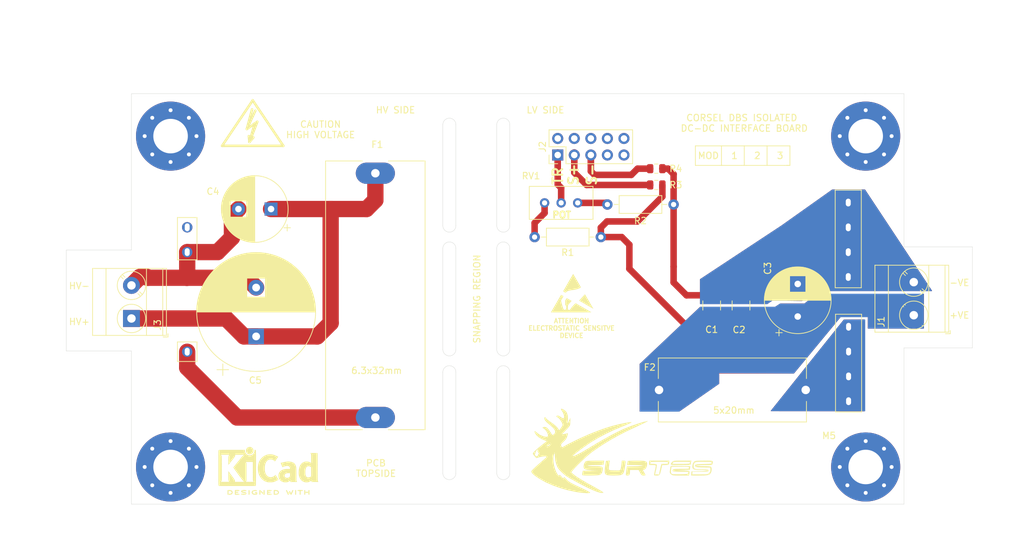
<source format=kicad_pcb>
(kicad_pcb (version 20171130) (host pcbnew "(5.1.9)-1")
  (layers (0 F.Cu signal) (31 B.Cu signal) (34 B.Paste user) (35 F.Paste user) (36 B.SilkS user) (37 F.SilkS user) (38 B.Mask user) (39 F.Mask user) (44 Edge.Cuts user))
  (net 0 "")
  (net 1 Sense-)
  (net 2 Sense+)
  (net 3 TR)
  (net 4 "Net-(H3-Pad1)")
  (net 5 "Net-(H4-Pad1)")
  (net 6 "Net-(H1-Pad1)")
  (net 7 "Net-(H2-Pad1)")
  (net 8 "Net-(J2-Pad10)")
  (net 9 "Net-(J2-Pad9)")
  (net 10 "Net-(J2-Pad8)")
  (net 11 "Net-(J2-Pad7)")
  (net 12 "Net-(J2-Pad6)")
  (net 13 "Net-(J2-Pad4)")
  (net 14 "Net-(J2-Pad2)")
  (net 15 VSS)
  (net 16 VDD)
  (net 17 "Net-(R1-Pad2)")
  (net 18 "Net-(R2-Pad1)")
  (net 19 HV-)
  (net 20 HV+)
  (net 21 "Net-(J7-Pad1)")
  (net 22 "Net-(F1-Pad1)")
  (net 23 "Net-(F2-Pad1)")
  (module Symbol:KiCad-Logo2_6mm_SilkScreen (layer F.Cu) (at 105 147.2)
    (fp_text reference REF** hide)
    (fp_text value KiCad-Logo2_6mm_SilkScreen hide)
  )
  (module Symbol:ESD-Logo_6.6x6mm_SilkScreen (layer F.Cu) (at 151.6 120.6)
    (fp_text reference REF** hide)
    (fp_text value ESD-Logo_6.6x6mm_SilkScreen hide)
  )
  (module Symbol:Symbol_HighVoltage_Type2_CopperTop_VerySmall (layer F.Cu) (at 102.6 95.2)
    (fp_text reference REF** hide)
    (fp_text value Symbol_HighVoltage_Type2_CopperTop_VerySmall)
  )
  (module "Team Surtes:fs_teamSurtes" (layer F.Cu) (at 159.2 144.8)
    (fp_text reference G*** hide)
    (fp_text value LOGO hide)
  )
  (module Resistor_THT:R_Axial_DIN0207_L6.3mm_D2.5mm_P10.16mm_Horizontal (layer F.Cu) (at 156 112 180)
    (fp_text reference R1 (at 5.08 -2.37) (layer F.SilkS))
    (fp_text value 5k)
    (pad 2 thru_hole oval (at 10.16 0 180) (size 1.6 1.6) (drill 0.8) (layers *.Cu *.Mask) (net 17 "Net-(R1-Pad2)"))
    (pad 1 thru_hole circle (at 0 0 180) (size 1.6 1.6) (drill 0.8) (layers *.Cu *.Mask) (net 16 VDD))
  )
  (module Resistor_THT:R_Axial_DIN0207_L6.3mm_D2.5mm_P10.16mm_Horizontal (layer F.Cu) (at 157 107)
    (fp_text reference R2 (at 5.08 2.5) (layer F.SilkS))
    (fp_text value 470)
    (pad 2 thru_hole oval (at 10.16 0) (size 1.6 1.6) (drill 0.8) (layers *.Cu *.Mask) (net 15 VSS))
    (pad 1 thru_hole circle (at 0 0) (size 1.6 1.6) (drill 0.8) (layers *.Cu *.Mask) (net 18 "Net-(R2-Pad1)"))
  )
  (module Resistor_SMD:R_0805_2012Metric (layer F.Cu) (at 164.5 104)
    (fp_text reference R3 (at 3 0) (layer F.SilkS))
    (fp_text value 0)
    (pad 2 smd roundrect (at 0.9375 0) (size 0.975 1.4) (layers F.Cu F.Paste F.Mask) (net 16 VDD))
    (pad 1 smd roundrect (at -0.9375 0) (size 0.975 1.4) (layers F.Cu F.Paste F.Mask) (net 2 Sense+))
  )
  (module Resistor_SMD:R_0805_2012Metric (layer F.Cu) (at 164.5 101.5 180)
    (fp_text reference R4 (at -3 0) (layer F.SilkS))
    (fp_text value 0)
    (pad 2 smd roundrect (at 0.9375 0 180) (size 0.975 1.4) (layers F.Cu F.Paste F.Mask) (net 1 Sense-))
    (pad 1 smd roundrect (at -0.9375 0 180) (size 0.975 1.4) (layers F.Cu F.Paste F.Mask) (net 15 VSS))
  )
  (module TerminalBlock_Phoenix:TerminalBlock_Phoenix_MKDS-3-2-5.08_1x02_P5.08mm_Horizontal (layer F.Cu) (at 204 124 90)
    (fp_text reference J1 (at -1 -5 90) (layer F.SilkS))
    (fp_text value Conn_01x02)
    (pad 2 thru_hole circle (at 5.08 0 90) (size 2.6 2.6) (drill 1.3) (layers *.Cu *.Mask) (net 15 VSS))
    (pad 1 thru_hole rect (at 0 0 90) (size 2.6 2.6) (drill 1.3) (layers *.Cu *.Mask) (net 16 VDD))
  )
  (module Capacitor_THT:CP_Radial_D10.0mm_P5.00mm (layer F.Cu) (at 105.41 107.696 180)
    (fp_text reference C4 (at 8.91 2.696 180) (layer F.SilkS))
    (fp_text value 10u)
    (pad 2 thru_hole circle (at 5 0 180) (size 2 2) (drill 1) (layers *.Cu *.Mask) (net 19 HV-))
    (pad 1 thru_hole rect (at 0 0 180) (size 2 2) (drill 1) (layers *.Cu *.Mask) (net 20 HV+))
  )
  (module Capacitor_THT:CP_Radial_D18.0mm_P7.50mm (layer F.Cu) (at 103.124 127.254 90)
    (fp_text reference C5 (at -6.746 -0.124 180) (layer F.SilkS))
    (fp_text value 100u)
    (pad 2 thru_hole circle (at 7.5 0 90) (size 2.4 2.4) (drill 1.2) (layers *.Cu *.Mask) (net 19 HV-))
    (pad 1 thru_hole rect (at 0 0 90) (size 2.4 2.4) (drill 1.2) (layers *.Cu *.Mask) (net 20 HV+))
  )
  (module TerminalBlock_Phoenix:TerminalBlock_Phoenix_MKDS-3-2-5.08_1x02_P5.08mm_Horizontal (layer F.Cu) (at 84 124.5 90)
    (fp_text reference J3 (at -1 4 90) (layer F.SilkS))
    (fp_text value Conn_01x02)
    (pad 2 thru_hole circle (at 5.08 0 90) (size 2.6 2.6) (drill 1.3) (layers *.Cu *.Mask) (net 19 HV-))
    (pad 1 thru_hole rect (at 0 0 90) (size 2.6 2.6) (drill 1.3) (layers *.Cu *.Mask) (net 20 HV+))
  )
  (module "DC_DC Converter circuit_DBS:Corsel_DC_DC_01x04" (layer F.Cu) (at 193.95 111.78)
    (fp_text reference J4 hide)
    (fp_text value DC-DC-CONN-01x04)
    (pad 4 thru_hole circle (at 0 6.35) (size 1.6 1.6) (drill oval 0.762 1.2) (layers *.Cu *.Mask) (net 15 VSS))
    (pad 3 thru_hole circle (at 0 2.54) (size 1.6 1.6) (drill oval 0.762 1.2) (layers *.Cu *.Mask) (net 15 VSS))
    (pad 2 thru_hole circle (at 0 -1.27) (size 1.6 1.6) (drill oval 0.762 1.2) (layers *.Cu *.Mask) (net 15 VSS))
    (pad 1 thru_hole circle (at 0 -5.08) (size 1.6 1.6) (drill oval 0.762 1.2) (layers *.Cu *.Mask) (net 15 VSS))
  )
  (module "DC_DC Converter circuit_DBS:cosel_DC_DC_-01x01" (layer F.Cu) (at 92.55 129.6)
    (fp_text reference J6 hide)
    (fp_text value corsel_DC_DC_conn_01x01)
    (pad 1 thru_hole circle (at 0 0) (size 1.6 1.6) (drill oval 0.762 1.2) (layers *.Cu *.Mask) (net 22 "Net-(F1-Pad1)"))
  )
  (module "DC_DC Converter circuit_DBS:corsel_DC_DC_01x02" (layer F.Cu) (at 92.55 111.5)
    (fp_text reference J7 hide)
    (fp_text value corsel_DC_DC_conn_01x02)
    (pad 2 thru_hole circle (at 0 2.81) (size 1.6 1.6) (drill oval 0.762 1.2) (layers *.Cu *.Mask) (net 19 HV-))
    (pad 1 thru_hole circle (at 0 -1) (size 1.6 1.6) (drill oval 0.762 1.2) (layers *.Cu *.Mask) (net 21 "Net-(J7-Pad1)"))
  )
  (module "DC_DC Converter circuit_DBS:Corsel_DC_DC_01x04" (layer F.Cu) (at 194 130.85)
    (fp_text reference J5 hide)
    (fp_text value DC-DC-CONN-01x04)
    (pad 4 thru_hole circle (at 0 6.35) (size 1.6 1.6) (drill oval 0.762 1.2) (layers *.Cu *.Mask) (net 23 "Net-(F2-Pad1)"))
    (pad 3 thru_hole circle (at 0 2.54) (size 1.6 1.6) (drill oval 0.762 1.2) (layers *.Cu *.Mask) (net 23 "Net-(F2-Pad1)"))
    (pad 2 thru_hole circle (at 0 -1.27) (size 1.6 1.6) (drill oval 0.762 1.2) (layers *.Cu *.Mask) (net 23 "Net-(F2-Pad1)"))
    (pad 1 thru_hole circle (at 0 -5.08) (size 1.6 1.6) (drill oval 0.762 1.2) (layers *.Cu *.Mask) (net 23 "Net-(F2-Pad1)"))
  )
  (module MountingHole:MountingHole_5.3mm_M5_Pad_Via (layer F.Cu) (at 196.625 96.5)
    (fp_text reference H1 hide)
    (fp_text value MountingHole_Pad)
    (pad 1 thru_hole circle (at 2.810749 -2.810749) (size 0.9 0.9) (drill 0.6) (layers *.Cu *.Mask) (net 6 "Net-(H1-Pad1)"))
    (pad 1 thru_hole circle (at 0 -3.975) (size 0.9 0.9) (drill 0.6) (layers *.Cu *.Mask) (net 6 "Net-(H1-Pad1)"))
    (pad 1 thru_hole circle (at -2.810749 -2.810749) (size 0.9 0.9) (drill 0.6) (layers *.Cu *.Mask) (net 6 "Net-(H1-Pad1)"))
    (pad 1 thru_hole circle (at -3.975 0) (size 0.9 0.9) (drill 0.6) (layers *.Cu *.Mask) (net 6 "Net-(H1-Pad1)"))
    (pad 1 thru_hole circle (at -2.810749 2.810749) (size 0.9 0.9) (drill 0.6) (layers *.Cu *.Mask) (net 6 "Net-(H1-Pad1)"))
    (pad 1 thru_hole circle (at 0 3.975) (size 0.9 0.9) (drill 0.6) (layers *.Cu *.Mask) (net 6 "Net-(H1-Pad1)"))
    (pad 1 thru_hole circle (at 2.810749 2.810749) (size 0.9 0.9) (drill 0.6) (layers *.Cu *.Mask) (net 6 "Net-(H1-Pad1)"))
    (pad 1 thru_hole circle (at 3.975 0) (size 0.9 0.9) (drill 0.6) (layers *.Cu *.Mask) (net 6 "Net-(H1-Pad1)"))
    (pad 1 thru_hole circle (at 0 0) (size 10.6 10.6) (drill 5.3) (layers *.Cu *.Mask) (net 6 "Net-(H1-Pad1)"))
  )
  (module MountingHole:MountingHole_5.3mm_M5_Pad_Via (layer F.Cu) (at 90 96.5)
    (fp_text reference H3 hide)
    (fp_text value MountingHole_Pad)
    (pad 1 thru_hole circle (at 2.810749 -2.810749) (size 0.9 0.9) (drill 0.6) (layers *.Cu *.Mask) (net 4 "Net-(H3-Pad1)"))
    (pad 1 thru_hole circle (at 0 -3.975) (size 0.9 0.9) (drill 0.6) (layers *.Cu *.Mask) (net 4 "Net-(H3-Pad1)"))
    (pad 1 thru_hole circle (at -2.810749 -2.810749) (size 0.9 0.9) (drill 0.6) (layers *.Cu *.Mask) (net 4 "Net-(H3-Pad1)"))
    (pad 1 thru_hole circle (at -3.975 0) (size 0.9 0.9) (drill 0.6) (layers *.Cu *.Mask) (net 4 "Net-(H3-Pad1)"))
    (pad 1 thru_hole circle (at -2.810749 2.810749) (size 0.9 0.9) (drill 0.6) (layers *.Cu *.Mask) (net 4 "Net-(H3-Pad1)"))
    (pad 1 thru_hole circle (at 0 3.975) (size 0.9 0.9) (drill 0.6) (layers *.Cu *.Mask) (net 4 "Net-(H3-Pad1)"))
    (pad 1 thru_hole circle (at 2.810749 2.810749) (size 0.9 0.9) (drill 0.6) (layers *.Cu *.Mask) (net 4 "Net-(H3-Pad1)"))
    (pad 1 thru_hole circle (at 3.975 0) (size 0.9 0.9) (drill 0.6) (layers *.Cu *.Mask) (net 4 "Net-(H3-Pad1)"))
    (pad 1 thru_hole circle (at 0 0) (size 10.6 10.6) (drill 5.3) (layers *.Cu *.Mask) (net 4 "Net-(H3-Pad1)"))
  )
  (module Connector_PinHeader_2.54mm:PinHeader_2x05_P2.54mm_Vertical (layer F.Cu) (at 149.385 99.4 90)
    (fp_text reference J2 (at 1.27 -2.33 90) (layer F.SilkS))
    (fp_text value Conn_02x05_Odd_Even)
    (pad 10 thru_hole oval (at 2.54 10.16 90) (size 1.7 1.7) (drill 1) (layers *.Cu *.Mask) (net 8 "Net-(J2-Pad10)"))
    (pad 9 thru_hole oval (at 0 10.16 90) (size 1.7 1.7) (drill 1) (layers *.Cu *.Mask) (net 9 "Net-(J2-Pad9)"))
    (pad 8 thru_hole oval (at 2.54 7.62 90) (size 1.7 1.7) (drill 1) (layers *.Cu *.Mask) (net 10 "Net-(J2-Pad8)"))
    (pad 7 thru_hole oval (at 0 7.62 90) (size 1.7 1.7) (drill 1) (layers *.Cu *.Mask) (net 11 "Net-(J2-Pad7)"))
    (pad 6 thru_hole oval (at 2.54 5.08 90) (size 1.7 1.7) (drill 1) (layers *.Cu *.Mask) (net 12 "Net-(J2-Pad6)"))
    (pad 5 thru_hole oval (at 0 5.08 90) (size 1.7 1.7) (drill 1) (layers *.Cu *.Mask) (net 1 Sense-))
    (pad 4 thru_hole oval (at 2.54 2.54 90) (size 1.7 1.7) (drill 1) (layers *.Cu *.Mask) (net 13 "Net-(J2-Pad4)"))
    (pad 3 thru_hole oval (at 0 2.54 90) (size 1.7 1.7) (drill 1) (layers *.Cu *.Mask) (net 2 Sense+))
    (pad 2 thru_hole oval (at 2.54 0 90) (size 1.7 1.7) (drill 1) (layers *.Cu *.Mask) (net 14 "Net-(J2-Pad2)"))
    (pad 1 thru_hole rect (at 0 0 90) (size 1.7 1.7) (drill 1) (layers *.Cu *.Mask) (net 3 TR))
  )
  (module MountingHole:MountingHole_5.3mm_M5_Pad_Via (layer F.Cu) (at 90 147.3)
    (fp_text reference H4 hide)
    (fp_text value MountingHole_Pad)
    (pad 1 thru_hole circle (at 2.810749 -2.810749) (size 0.9 0.9) (drill 0.6) (layers *.Cu *.Mask) (net 5 "Net-(H4-Pad1)"))
    (pad 1 thru_hole circle (at 0 -3.975) (size 0.9 0.9) (drill 0.6) (layers *.Cu *.Mask) (net 5 "Net-(H4-Pad1)"))
    (pad 1 thru_hole circle (at -2.810749 -2.810749) (size 0.9 0.9) (drill 0.6) (layers *.Cu *.Mask) (net 5 "Net-(H4-Pad1)"))
    (pad 1 thru_hole circle (at -3.975 0) (size 0.9 0.9) (drill 0.6) (layers *.Cu *.Mask) (net 5 "Net-(H4-Pad1)"))
    (pad 1 thru_hole circle (at -2.810749 2.810749) (size 0.9 0.9) (drill 0.6) (layers *.Cu *.Mask) (net 5 "Net-(H4-Pad1)"))
    (pad 1 thru_hole circle (at 0 3.975) (size 0.9 0.9) (drill 0.6) (layers *.Cu *.Mask) (net 5 "Net-(H4-Pad1)"))
    (pad 1 thru_hole circle (at 2.810749 2.810749) (size 0.9 0.9) (drill 0.6) (layers *.Cu *.Mask) (net 5 "Net-(H4-Pad1)"))
    (pad 1 thru_hole circle (at 3.975 0) (size 0.9 0.9) (drill 0.6) (layers *.Cu *.Mask) (net 5 "Net-(H4-Pad1)"))
    (pad 1 thru_hole circle (at 0 0) (size 10.6 10.6) (drill 5.3) (layers *.Cu *.Mask) (net 5 "Net-(H4-Pad1)"))
  )
  (module MountingHole:MountingHole_5.3mm_M5_Pad_Via (layer F.Cu) (at 196.625 147.3)
    (fp_text reference H2 hide)
    (fp_text value MountingHole_Pad)
    (pad 1 thru_hole circle (at 2.810749 -2.810749) (size 0.9 0.9) (drill 0.6) (layers *.Cu *.Mask) (net 7 "Net-(H2-Pad1)"))
    (pad 1 thru_hole circle (at 0 -3.975) (size 0.9 0.9) (drill 0.6) (layers *.Cu *.Mask) (net 7 "Net-(H2-Pad1)"))
    (pad 1 thru_hole circle (at -2.810749 -2.810749) (size 0.9 0.9) (drill 0.6) (layers *.Cu *.Mask) (net 7 "Net-(H2-Pad1)"))
    (pad 1 thru_hole circle (at -3.975 0) (size 0.9 0.9) (drill 0.6) (layers *.Cu *.Mask) (net 7 "Net-(H2-Pad1)"))
    (pad 1 thru_hole circle (at -2.810749 2.810749) (size 0.9 0.9) (drill 0.6) (layers *.Cu *.Mask) (net 7 "Net-(H2-Pad1)"))
    (pad 1 thru_hole circle (at 0 3.975) (size 0.9 0.9) (drill 0.6) (layers *.Cu *.Mask) (net 7 "Net-(H2-Pad1)"))
    (pad 1 thru_hole circle (at 2.810749 2.810749) (size 0.9 0.9) (drill 0.6) (layers *.Cu *.Mask) (net 7 "Net-(H2-Pad1)"))
    (pad 1 thru_hole circle (at 3.975 0) (size 0.9 0.9) (drill 0.6) (layers *.Cu *.Mask) (net 7 "Net-(H2-Pad1)"))
    (pad 1 thru_hole circle (at 0 0) (size 10.6 10.6) (drill 5.3) (layers *.Cu *.Mask) (net 7 "Net-(H2-Pad1)"))
  )
  (module Fuse:Fuseholder_Cylinder-5x20mm_Schurter_0031_8201_Horizontal_Open (layer F.Cu) (at 187.425 135.475 180)
    (fp_text reference F2 (at 23.925 3.475) (layer F.SilkS))
    (fp_text value Fuse)
    (pad "" np_thru_hole circle (at 11.25 0 180) (size 2.7 2.7) (drill 2.7) (layers *.Cu *.Mask))
    (pad 2 thru_hole circle (at 22.5 0 180) (size 3 3) (drill 1.3) (layers *.Cu *.Mask) (net 16 VDD))
    (pad 1 thru_hole circle (at 0 0 180) (size 3 3) (drill 1.3) (layers *.Cu *.Mask) (net 23 "Net-(F2-Pad1)"))
  )
  (module Potentiometer_THT:Potentiometer_Bourns_3296W_Vertical (layer F.Cu) (at 152.45 106.75)
    (fp_text reference RV1 (at -7.162 -4.134) (layer F.SilkS))
    (fp_text value 18k)
    (pad 3 thru_hole circle (at -5.08 0) (size 1.44 1.44) (drill 0.8) (layers *.Cu *.Mask) (net 17 "Net-(R1-Pad2)"))
    (pad 2 thru_hole circle (at -2.54 0) (size 1.44 1.44) (drill 0.8) (layers *.Cu *.Mask) (net 3 TR))
    (pad 1 thru_hole circle (at 0 0) (size 1.44 1.44) (drill 0.8) (layers *.Cu *.Mask) (net 18 "Net-(R2-Pad1)"))
  )
  (module Fuse:Fuseholder_Cylinder-6.3x32mm_Schurter_0031-8002_Horizontal_Open (layer F.Cu) (at 121.412 139.7 90)
    (fp_text reference F1 (at 41.9 0.288 180) (layer F.SilkS))
    (fp_text value Fuse)
    (pad 1 thru_hole oval (at 0 0 90) (size 3.25 6) (drill 1.3) (layers *.Cu *.Mask) (net 22 "Net-(F1-Pad1)"))
    (pad 2 thru_hole oval (at 37.5 0 90) (size 3.25 6) (drill 1.3) (layers *.Cu *.Mask) (net 20 HV+))
    (pad "" np_thru_hole circle (at 18.75 0 90) (size 3.2 3.2) (drill 3.2) (layers *.Cu *.Mask))
  )
  (module Capacitor_SMD:C_1210_3225Metric_Pad1.33x2.70mm_HandSolder (layer F.Cu) (at 173 122.5 90)
    (fp_text reference C1 (at -3.7 0 180) (layer F.SilkS))
    (fp_text value 100n)
    (pad 2 smd roundrect (at 1.5625 0 90) (size 1.325 2.7) (layers F.Cu F.Paste F.Mask) (roundrect_rratio 0.188679) (net 15 VSS))
    (pad 1 smd roundrect (at -1.5625 0 90) (size 1.325 2.7) (layers F.Cu F.Paste F.Mask) (roundrect_rratio 0.188679) (net 16 VDD))
  )
  (module Capacitor_SMD:C_1210_3225Metric_Pad1.33x2.70mm_HandSolder (layer F.Cu) (at 177.5 122.5 90)
    (fp_text reference C2 (at -3.7375 -0.3 180) (layer F.SilkS))
    (fp_text value 10u)
    (pad 2 smd roundrect (at 1.5625 0 90) (size 1.325 2.7) (layers F.Cu F.Paste F.Mask) (roundrect_rratio 0.188679) (net 15 VSS))
    (pad 1 smd roundrect (at -1.5625 0 90) (size 1.325 2.7) (layers F.Cu F.Paste F.Mask) (roundrect_rratio 0.188679) (net 16 VDD))
  )
  (module Capacitor_THT:CP_Radial_D10.0mm_P5.00mm (layer F.Cu) (at 186.2 124.2 90)
    (fp_text reference C3 (at 7.4 -4.6 90) (layer F.SilkS))
    (fp_text value 2.2m)
    (pad 1 thru_hole rect (at 0 0 90) (size 2 2) (drill 1) (layers *.Cu *.Mask) (net 16 VDD))
    (pad 2 thru_hole circle (at 5 0 90) (size 2 2) (drill 1) (layers *.Cu *.Mask) (net 15 VSS))
  )
  (gr_text POT (at 150 108.6) (layer F.SilkS) (effects (font (size 1 1) (thickness 0.25))))
  (gr_text S- (at 154.6 102.4 90) (layer F.SilkS) (effects (font (size 1.5 1.5) (thickness 0.3))))
  (gr_text S+ (at 151.8 102.4 90) (layer F.SilkS) (effects (font (size 1.5 1.5) (thickness 0.3))))
  (gr_text TR (at 149.4 102.6 90) (layer F.SilkS) (effects (font (size 1.5 1.5) (thickness 0.3))))
  (gr_text "PCB\nTOPSIDE" (at 121.5 147.5) (layer F.SilkS) (effects (font (size 1 1))))
  (gr_text "CORSEL DBS ISOLATED \nDC-DC INTERFACE BOARD\n" (at 178 94.5) (layer F.SilkS) (effects (font (size 1 1))))
  (gr_text "M5\n" (at 191 142.5) (layer F.SilkS) (effects (font (size 1 1))))
  (gr_text "+VE\n" (at 211 124) (layer F.SilkS) (effects (font (size 1 1))))
  (gr_text "-VE\n" (at 211 119) (layer F.SilkS) (effects (font (size 1 1))))
  (gr_text "HV-\n" (at 76 119.5) (layer F.SilkS) (effects (font (size 1 1))))
  (gr_text "HV+\n" (at 76 125) (layer F.SilkS) (effects (font (size 1 1))))
  (gr_text "SNAPPING REGION\n" (at 137 121.5 90) (layer F.SilkS) (effects (font (size 1 1))))
  (gr_text "CAUTION\nHIGH VOLTAGE" (at 113 95.5) (layer F.SilkS) (effects (font (size 1 1))))
  (gr_text "ATTENTION\nELECTROSTATIC SENSITVE\nDEVICE\n" (at 151.5 126) (layer F.SilkS) (effects (font (size 0.7 0.7))))
  (gr_text 3 (at 183.5 99.5) (layer F.SilkS) (effects (font (size 1 1))))
  (gr_text 2 (at 180 99.5) (layer F.SilkS) (effects (font (size 1 1))))
  (gr_text 1 (at 176.5 99.5) (layer F.SilkS) (effects (font (size 1 1))))
  (gr_text "MOD\n" (at 172.5 99.5) (layer F.SilkS) (effects (font (size 1 1))))
  (gr_line (start 181.5 98) (end 181.5 101) (layer F.SilkS) (width 0.12))
  (gr_line (start 178 101) (end 178 98) (layer F.SilkS) (width 0.12))
  (gr_line (start 174.5 98) (end 174.5 101) (layer F.SilkS) (width 0.12))
  (gr_line (start 185 101) (end 184.5 101) (layer F.SilkS) (width 0.12))
  (gr_line (start 185 98) (end 185 101) (layer F.SilkS) (width 0.12))
  (gr_line (start 170.5 98) (end 185 98) (layer F.SilkS) (width 0.12))
  (gr_line (start 170.5 101) (end 184.8 101) (layer F.SilkS) (width 0.12))
  (gr_line (start 170.5 98) (end 170.5 101) (layer F.SilkS) (width 0.12))
  (gr_text 5x20mm (at 176.4 138.6) (layer F.SilkS) (effects (font (size 1 1))))
  (gr_text 6.3x32mm (at 121.6 132.5) (layer F.SilkS) (effects (font (size 1 1))))
  (gr_poly (pts (xy 205.5 120.25) (xy 194.5 120.25) (xy 192 120.25) (xy 188.625 120.25) (xy 186.875 121.75) (xy 182.3 121.7) (xy 181.5 122.25) (xy 171.25 122.25) (xy 171.25 118.5) (xy 183.75 110.25) (xy 191.5 104.75) (xy 196.25 104.75) (xy 196.5 104.75) (xy 206.75 120.25)) (layer B.Cu) (width 0.1))
  (gr_poly (pts (xy 205.5 120.25) (xy 194.5 120.25) (xy 192 120.25) (xy 188.625 120.25) (xy 186.875 121.75) (xy 182.3 121.7) (xy 181.5 122.25) (xy 171.25 122.25) (xy 171.25 118.5) (xy 183.75 110.25) (xy 191.5 104.75) (xy 196.25 104.75) (xy 196.5 104.75) (xy 206.75 120.25)) (layer F.Cu) (width 0.1))
  (gr_poly (pts (xy 168 138.75) (xy 162 138.75) (xy 162 131.5) (xy 171.25 122.75) (xy 182.75 122.75) (xy 183.5625 122.25) (xy 187.25 122.25) (xy 189.125 120.75) (xy 205.5 120.75) (xy 205.5 126) (xy 197 126) (xy 197 124.25) (xy 192.75 124.25) (xy 185.6 132.9) (xy 174.1 132.9) (xy 174.1 134.5)) (layer F.Cu) (width 0.1))
  (gr_poly (pts (xy 168 138.75) (xy 162 138.75) (xy 162 131.5) (xy 171.25 122.75) (xy 182.75 122.75) (xy 183.5 122.25) (xy 187.25 122.25) (xy 189.125 120.75) (xy 205.5 120.75) (xy 205.5 126) (xy 197 126) (xy 197 124.25) (xy 192.75 124.25) (xy 185.6 132.9) (xy 174.1 132.85) (xy 174.1 134.5)) (layer B.Cu) (width 0.1))
  (gr_poly (pts (xy 196.4 138.7) (xy 182.118 138.684) (xy 193.294 124.714) (xy 196.373 124.714)) (layer F.Cu) (width 0.1))
  (gr_poly (pts (xy 196.5 138.7) (xy 182.118 138.684) (xy 193.294 124.714) (xy 196.5 124.7)) (layer B.Cu) (width 0.1))
  (gr_text "LV SIDE" (at 147.5 92.5) (layer F.SilkS) (effects (font (size 1 1))))
  (gr_text "HV SIDE" (at 124.5 92.5) (layer F.SilkS) (effects (font (size 1 1))))
  (gr_line (start 213 129) (end 202.5 129) (layer Edge.Cuts) (width 0.05))
  (gr_line (start 202.5 129) (end 202.5 153) (layer Edge.Cuts) (width 0.05))
  (gr_line (start 202.5 153) (end 84 153) (layer Edge.Cuts) (width 0.05))
  (gr_line (start 84 90) (end 196.5 90) (layer Edge.Cuts) (width 0.05))
  (gr_line (start 84 129.5) (end 84 153) (layer Edge.Cuts) (width 0.05))
  (gr_line (start 84 114) (end 84 90) (layer Edge.Cuts) (width 0.05))
  (gr_line (start 196.5 90) (end 202.5 90) (layer Edge.Cuts) (width 0.05))
  (gr_arc (start 141.04 132.746) (end 142.04 132.746) (angle -180) (layer Edge.Cuts) (width 0.05))
  (gr_arc (start 141.04 94.746) (end 142.04 94.746) (angle -180) (layer Edge.Cuts) (width 0.05))
  (gr_arc (start 141.04 129.246) (end 140.04 129.246) (angle -180) (layer Edge.Cuts) (width 0.05))
  (gr_line (start 142.04 113.746) (end 142.04 129.246) (layer Edge.Cuts) (width 0.05))
  (gr_arc (start 141.04 148.246) (end 140.04 148.246) (angle -180) (layer Edge.Cuts) (width 0.05))
  (gr_arc (start 141.04 110.246) (end 140.04 110.246) (angle -180) (layer Edge.Cuts) (width 0.05))
  (gr_line (start 142.04 132.746) (end 142.04 148.246) (layer Edge.Cuts) (width 0.05))
  (gr_line (start 140.04 132.746) (end 140.04 148.246) (layer Edge.Cuts) (width 0.05))
  (gr_arc (start 141.04 113.746) (end 142.04 113.746) (angle -180) (layer Edge.Cuts) (width 0.05))
  (gr_line (start 140.04 113.746) (end 140.04 129.246) (layer Edge.Cuts) (width 0.05))
  (gr_line (start 142.04 94.746) (end 142.04 110.246) (layer Edge.Cuts) (width 0.05))
  (gr_line (start 140.04 94.746) (end 140.04 110.246) (layer Edge.Cuts) (width 0.05))
  (gr_arc (start 132.765 132.746) (end 133.765 132.746) (angle -180) (layer Edge.Cuts) (width 0.05))
  (gr_arc (start 132.765 148.246) (end 131.765 148.246) (angle -180) (layer Edge.Cuts) (width 0.05))
  (gr_line (start 133.765 132.746) (end 133.765 148.246) (layer Edge.Cuts) (width 0.05))
  (gr_line (start 131.765 132.746) (end 131.765 148.246) (layer Edge.Cuts) (width 0.05))
  (gr_arc (start 132.765 113.746) (end 133.765 113.746) (angle -180) (layer Edge.Cuts) (width 0.05))
  (gr_arc (start 132.765 129.246) (end 131.765 129.246) (angle -180) (layer Edge.Cuts) (width 0.05))
  (gr_line (start 133.765 113.746) (end 133.765 129.246) (layer Edge.Cuts) (width 0.05))
  (gr_line (start 131.765 113.746) (end 131.765 129.246) (layer Edge.Cuts) (width 0.05))
  (gr_arc (start 132.765 94.746) (end 133.765 94.746) (angle -180) (layer Edge.Cuts) (width 0.05))
  (gr_line (start 131.765 94.746) (end 131.765 110.246) (layer Edge.Cuts) (width 0.05))
  (gr_arc (start 132.765 110.246) (end 131.765 110.246) (angle -180) (layer Edge.Cuts) (width 0.05))
  (gr_line (start 133.765 94.746) (end 133.765 110.246) (layer Edge.Cuts) (width 0.05))
  (gr_line (start 74 129.5) (end 84 129.5) (layer Edge.Cuts) (width 0.05))
  (gr_line (start 74 114) (end 74 129.5) (layer Edge.Cuts) (width 0.05))
  (gr_line (start 84 114) (end 74 114) (layer Edge.Cuts) (width 0.05))
  (gr_line (start 213 113.5) (end 213 129) (layer Edge.Cuts) (width 0.05))
  (gr_line (start 202.5 113.5) (end 213 113.5) (layer Edge.Cuts) (width 0.05))
  (gr_line (start 202.5 90) (end 202.5 113.5) (layer Edge.Cuts) (width 0.05))
  (segment (start 160.675 102.45) (end 161.625 101.5) (width 1) (layer F.Cu) (net 1))
  (segment (start 161.625 101.5) (end 163.5625 101.5) (width 1) (layer F.Cu) (net 1))
  (segment (start 154.465 101.89) (end 155.025 102.45) (width 1) (layer F.Cu) (net 1))
  (segment (start 155.025 102.45) (end 160.675 102.45) (width 1) (layer F.Cu) (net 1))
  (segment (start 154.465 99.4) (end 154.465 100.871) (width 1) (layer F.Cu) (net 1))
  (segment (start 154.465 100.871) (end 154.465 101.89) (width 1) (layer F.Cu) (net 1))
  (segment (start 154.465 99.2) (end 154.465 100.871) (width 1) (layer F.Cu) (net 1))
  (segment (start 153.825 104) (end 163.5625 104) (width 1) (layer F.Cu) (net 2))
  (segment (start 151.925 102.1) (end 153.825 104) (width 1) (layer F.Cu) (net 2))
  (segment (start 151.925 100) (end 151.925 99) (width 1) (layer F.Cu) (net 2))
  (segment (start 151.925 99.2) (end 151.925 100.617) (width 1) (layer F.Cu) (net 2))
  (segment (start 151.925 100.617) (end 151.925 102.1) (width 1) (layer F.Cu) (net 2))
  (segment (start 151.925 100) (end 151.925 100.617) (width 1) (layer F.Cu) (net 2))
  (segment (start 151.925 99.4) (end 151.925 100) (width 1) (layer F.Cu) (net 2))
  (segment (start 149.91 106.75) (end 149.91 104.444) (width 1) (layer F.Cu) (net 3))
  (segment (start 149.91 104.444) (end 149.385 103.919) (width 1) (layer F.Cu) (net 3))
  (segment (start 149.385 100.551) (end 149.385 99.2) (width 1) (layer F.Cu) (net 3))
  (segment (start 149.385 100.551) (end 149.385 99) (width 1) (layer F.Cu) (net 3))
  (segment (start 149.385 99.4) (end 149.385 101.125) (width 1) (layer F.Cu) (net 3))
  (segment (start 149.385 101.125) (end 149.385 100.551) (width 1) (layer F.Cu) (net 3))
  (segment (start 149.385 103.919) (end 149.385 101.125) (width 1) (layer F.Cu) (net 3))
  (segment (start 198.95 96.4) (end 196.55 96.4) (width 0.25) (layer F.Cu) (net 6))
  (segment (start 204 118.92) (end 203.58 118.92) (width 1) (layer F.Cu) (net 15))
  (segment (start 177.6125 120.825) (end 177.5 120.9375) (width 1) (layer F.Cu) (net 15))
  (segment (start 167.16 116.535) (end 167.16 107) (width 1) (layer F.Cu) (net 15))
  (segment (start 167.16 107) (end 167.16 102.34) (width 1) (layer F.Cu) (net 15))
  (segment (start 166.32 101.5) (end 165.4375 101.5) (width 1) (layer F.Cu) (net 15))
  (segment (start 167.16 102.34) (end 166.32 101.5) (width 1) (layer F.Cu) (net 15))
  (segment (start 193.95 118.13) (end 193.95 114.32) (width 0.25) (layer F.Cu) (net 15))
  (segment (start 193.95 114.32) (end 193.95 110.51) (width 0.25) (layer F.Cu) (net 15))
  (segment (start 193.95 110.51) (end 193.95 106.7) (width 0.25) (layer F.Cu) (net 15))
  (segment (start 203.21 118.13) (end 204 118.92) (width 0.25) (layer F.Cu) (net 15))
  (segment (start 193.95 118.13) (end 203.21 118.13) (width 0.25) (layer F.Cu) (net 15))
  (segment (start 173 120.9375) (end 177.5 120.9375) (width 1) (layer F.Cu) (net 15))
  (segment (start 193.08 119) (end 193.95 118.13) (width 1) (layer F.Cu) (net 15))
  (segment (start 187.725 119) (end 193.08 119) (width 1) (layer F.Cu) (net 15))
  (segment (start 173 120.9375) (end 169.1375 120.9375) (width 1) (layer F.Cu) (net 15))
  (segment (start 167.16 118.96) (end 167.16 116.535) (width 1) (layer F.Cu) (net 15))
  (segment (start 169.1375 120.9375) (end 167.16 118.96) (width 1) (layer F.Cu) (net 15))
  (segment (start 184.4625 120.9375) (end 186.2 119.2) (width 1) (layer F.Cu) (net 15))
  (segment (start 177.5 120.9375) (end 184.4625 120.9375) (width 1) (layer F.Cu) (net 15))
  (segment (start 156 112) (end 156 110.55) (width 1) (layer F.Cu) (net 16))
  (segment (start 156 110.55) (end 156.95 109.6) (width 1) (layer F.Cu) (net 16))
  (segment (start 156.95 109.6) (end 161.625 109.6) (width 1) (layer F.Cu) (net 16))
  (segment (start 165.4375 105.7875) (end 165.4375 104) (width 1) (layer F.Cu) (net 16))
  (segment (start 161.625 109.6) (end 165.4375 105.7875) (width 1) (layer F.Cu) (net 16))
  (segment (start 203.325 123.325) (end 204 124) (width 0.25) (layer F.Cu) (net 16))
  (segment (start 173 124.0625) (end 173 127.4) (width 1) (layer F.Cu) (net 16))
  (segment (start 173 124.0625) (end 177.5 124.0625) (width 1) (layer F.Cu) (net 16))
  (segment (start 185.1625 124.0625) (end 185.9 123.325) (width 1) (layer F.Cu) (net 16))
  (segment (start 177.5 124.0625) (end 185.1625 124.0625) (width 1) (layer F.Cu) (net 16))
  (segment (start 187.7 123.325) (end 188.525 122.5) (width 1) (layer F.Cu) (net 16))
  (segment (start 185.9 123.325) (end 187.7 123.325) (width 1) (layer F.Cu) (net 16))
  (segment (start 188.525 122.5) (end 198.75 122.5) (width 1) (layer F.Cu) (net 16))
  (segment (start 200.25 124) (end 204 124) (width 1) (layer F.Cu) (net 16))
  (segment (start 198.75 122.5) (end 200.25 124) (width 1) (layer F.Cu) (net 16))
  (segment (start 160.375 116.875) (end 171.95 128.45) (width 1) (layer F.Cu) (net 16))
  (segment (start 160.375 113.175) (end 160.375 116.875) (width 1) (layer F.Cu) (net 16))
  (segment (start 159.2 112) (end 160.375 113.175) (width 1) (layer F.Cu) (net 16))
  (segment (start 156 112) (end 159.2 112) (width 1) (layer F.Cu) (net 16))
  (segment (start 173 127.4) (end 171.95 128.45) (width 1) (layer F.Cu) (net 16))
  (segment (start 171.95 128.45) (end 164.925 135.475) (width 1) (layer F.Cu) (net 16))
  (segment (start 145.84 112) (end 145.84 109.835) (width 1) (layer F.Cu) (net 17))
  (segment (start 147.37 108.305) (end 147.37 106.75) (width 1) (layer F.Cu) (net 17))
  (segment (start 145.84 109.835) (end 147.37 108.305) (width 1) (layer F.Cu) (net 17))
  (segment (start 156.75 106.75) (end 157 107) (width 1) (layer F.Cu) (net 18))
  (segment (start 152.45 106.75) (end 156.75 106.75) (width 1) (layer F.Cu) (net 18))
  (segment (start 99.410001 108.695999) (end 99.410001 112.089999) (width 2.5) (layer F.Cu) (net 19))
  (segment (start 100.41 107.696) (end 99.410001 108.695999) (width 2.5) (layer F.Cu) (net 19))
  (segment (start 97.19 114.31) (end 92.55 114.31) (width 2.5) (layer F.Cu) (net 19))
  (segment (start 99.410001 112.089999) (end 97.19 114.31) (width 2.5) (layer F.Cu) (net 19))
  (segment (start 103.124 119.754) (end 101.62 118.25) (width 2.5) (layer F.Cu) (net 19))
  (segment (start 85.299999 118.120001) (end 84 119.42) (width 2.5) (layer F.Cu) (net 19))
  (segment (start 86.370001 118.120001) (end 85.299999 118.120001) (width 2.5) (layer F.Cu) (net 19))
  (segment (start 86.5 118.25) (end 86.370001 118.120001) (width 2.5) (layer F.Cu) (net 19))
  (segment (start 92.55 118.2) (end 92.5 118.25) (width 2.5) (layer F.Cu) (net 19))
  (segment (start 92.55 114.31) (end 92.55 118.2) (width 2.5) (layer F.Cu) (net 19))
  (segment (start 101.62 118.25) (end 92.5 118.25) (width 2.5) (layer F.Cu) (net 19))
  (segment (start 92.5 118.25) (end 86.5 118.25) (width 2.5) (layer F.Cu) (net 19))
  (segment (start 121.412 106.325) (end 121.412 102.2) (width 2.5) (layer F.Cu) (net 20))
  (segment (start 120.041 107.696) (end 121.412 106.325) (width 2.5) (layer F.Cu) (net 20))
  (segment (start 103.124 127.254) (end 102.504 127.254) (width 2.5) (layer F.Cu) (net 20))
  (segment (start 103.124 127.254) (end 112.496 127.254) (width 2.5) (layer F.Cu) (net 20))
  (segment (start 114.554 125.196) (end 114.554 107.696) (width 2.5) (layer F.Cu) (net 20))
  (segment (start 112.496 127.254) (end 114.554 125.196) (width 2.5) (layer F.Cu) (net 20))
  (segment (start 105.41 107.696) (end 114.554 107.696) (width 2.5) (layer F.Cu) (net 20))
  (segment (start 114.554 107.696) (end 120.041 107.696) (width 2.5) (layer F.Cu) (net 20))
  (segment (start 103.124 127.254) (end 101.254 127.254) (width 2.5) (layer F.Cu) (net 20))
  (segment (start 101.254 127.254) (end 98.5 124.5) (width 2.5) (layer F.Cu) (net 20))
  (segment (start 98.5 124.5) (end 84 124.5) (width 2.5) (layer F.Cu) (net 20))
  (segment (start 92.55 129.6) (end 92.55 132.05) (width 2.5) (layer F.Cu) (net 22))
  (segment (start 100.2 139.7) (end 121.412 139.7) (width 2.5) (layer F.Cu) (net 22))
  (segment (start 92.55 132.05) (end 100.2 139.7) (width 2.5) (layer F.Cu) (net 22))
  (segment (start 192.275 135.475) (end 194 137.2) (width 0.25) (layer F.Cu) (net 23))
  (segment (start 194 129.58) (end 194 133.39) (width 0.25) (layer F.Cu) (net 23))
  (segment (start 194 133.39) (end 191.754 135.636) (width 0.25) (layer F.Cu) (net 23))
  (segment (start 191.754 135.636) (end 189.738 135.636) (width 0.25) (layer F.Cu) (net 23))
  (segment (start 191.915 135.475) (end 191.863 135.475) (width 0.25) (layer F.Cu) (net 23))
  (segment (start 194 133.39) (end 191.915 135.475) (width 0.25) (layer F.Cu) (net 23))
  (segment (start 191.863 135.475) (end 192.275 135.475) (width 0.25) (layer F.Cu) (net 23))
  (segment (start 187.425 135.475) (end 191.863 135.475) (width 0.25) (layer F.Cu) (net 23))
  (segment (start 194 129.58) (end 194 125.77) (width 0.25) (layer F.Cu) (net 23))
)
</source>
